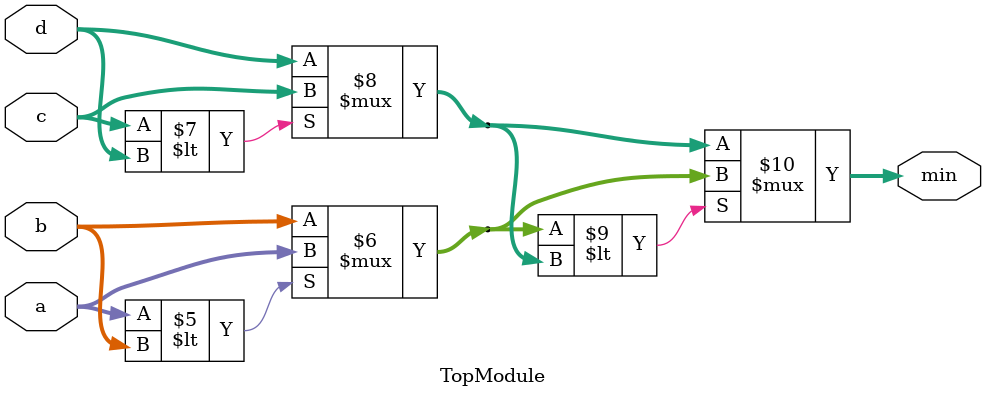
<source format=sv>
module TopModule (
    input logic [7:0] a,
    input logic [7:0] b,
    input logic [7:0] c,
    input logic [7:0] d,
    output logic [7:0] min
);

always @(*) begin
    logic [7:0] temp_min_ab;
    logic [7:0] temp_min_cd;

    temp_min_ab = (a < b) ? a : b;
    temp_min_cd = (c < d) ? c : d;
    min = (temp_min_ab < temp_min_cd) ? temp_min_ab : temp_min_cd;
end

endmodule
</source>
